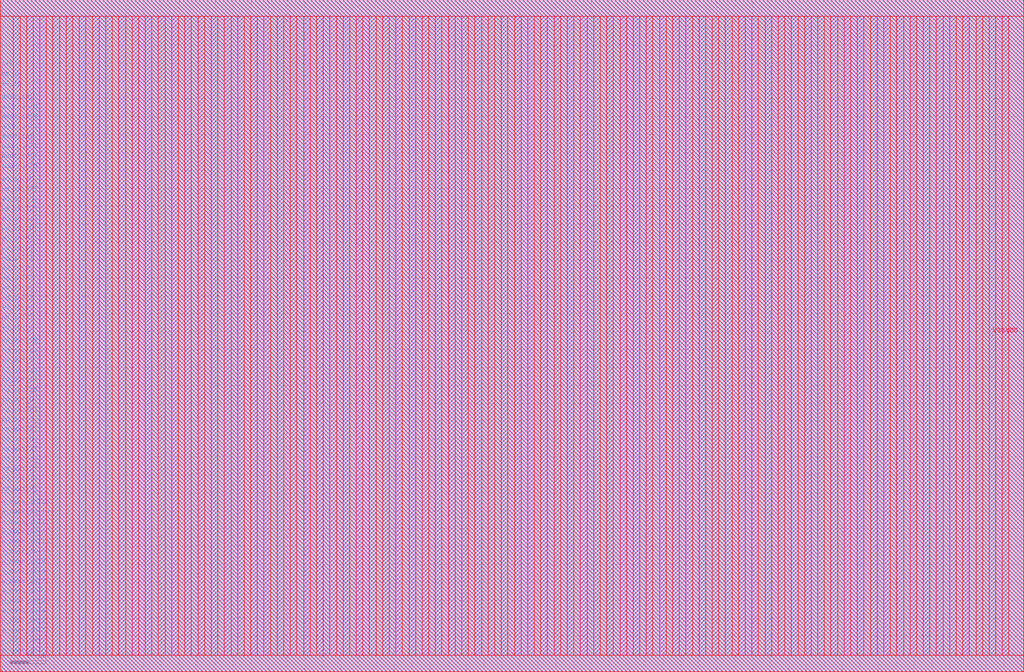
<source format=lef>
VERSION 5.7 ;
BUSBITCHARS "[]" ;
MACRO fakeram130_256x16
  FOREIGN fakeram130_256x16 0 0 ;
  SYMMETRY X Y R90 ;
  SIZE 285.660 BY 187.680 ;
  CLASS BLOCK ;
  PIN w_mask_in[0]
    DIRECTION INPUT ;
    USE SIGNAL ;
    SHAPE ABUTMENT ;
    PORT
      LAYER met3 ;
      RECT 0.000 4.370 0.460 4.830 ;
    END
  END w_mask_in[0]
  PIN w_mask_in[1]
    DIRECTION INPUT ;
    USE SIGNAL ;
    SHAPE ABUTMENT ;
    PORT
      LAYER met3 ;
      RECT 0.000 7.130 0.460 7.590 ;
    END
  END w_mask_in[1]
  PIN w_mask_in[2]
    DIRECTION INPUT ;
    USE SIGNAL ;
    SHAPE ABUTMENT ;
    PORT
      LAYER met3 ;
      RECT 0.000 9.890 0.460 10.350 ;
    END
  END w_mask_in[2]
  PIN w_mask_in[3]
    DIRECTION INPUT ;
    USE SIGNAL ;
    SHAPE ABUTMENT ;
    PORT
      LAYER met3 ;
      RECT 0.000 12.650 0.460 13.110 ;
    END
  END w_mask_in[3]
  PIN w_mask_in[4]
    DIRECTION INPUT ;
    USE SIGNAL ;
    SHAPE ABUTMENT ;
    PORT
      LAYER met3 ;
      RECT 0.000 15.410 0.460 15.870 ;
    END
  END w_mask_in[4]
  PIN w_mask_in[5]
    DIRECTION INPUT ;
    USE SIGNAL ;
    SHAPE ABUTMENT ;
    PORT
      LAYER met3 ;
      RECT 0.000 18.170 0.460 18.630 ;
    END
  END w_mask_in[5]
  PIN w_mask_in[6]
    DIRECTION INPUT ;
    USE SIGNAL ;
    SHAPE ABUTMENT ;
    PORT
      LAYER met3 ;
      RECT 0.000 20.930 0.460 21.390 ;
    END
  END w_mask_in[6]
  PIN w_mask_in[7]
    DIRECTION INPUT ;
    USE SIGNAL ;
    SHAPE ABUTMENT ;
    PORT
      LAYER met3 ;
      RECT 0.000 23.690 0.460 24.150 ;
    END
  END w_mask_in[7]
  PIN w_mask_in[8]
    DIRECTION INPUT ;
    USE SIGNAL ;
    SHAPE ABUTMENT ;
    PORT
      LAYER met3 ;
      RECT 0.000 26.450 0.460 26.910 ;
    END
  END w_mask_in[8]
  PIN w_mask_in[9]
    DIRECTION INPUT ;
    USE SIGNAL ;
    SHAPE ABUTMENT ;
    PORT
      LAYER met3 ;
      RECT 0.000 29.210 0.460 29.670 ;
    END
  END w_mask_in[9]
  PIN w_mask_in[10]
    DIRECTION INPUT ;
    USE SIGNAL ;
    SHAPE ABUTMENT ;
    PORT
      LAYER met3 ;
      RECT 0.000 31.970 0.460 32.430 ;
    END
  END w_mask_in[10]
  PIN w_mask_in[11]
    DIRECTION INPUT ;
    USE SIGNAL ;
    SHAPE ABUTMENT ;
    PORT
      LAYER met3 ;
      RECT 0.000 34.730 0.460 35.190 ;
    END
  END w_mask_in[11]
  PIN w_mask_in[12]
    DIRECTION INPUT ;
    USE SIGNAL ;
    SHAPE ABUTMENT ;
    PORT
      LAYER met3 ;
      RECT 0.000 37.490 0.460 37.950 ;
    END
  END w_mask_in[12]
  PIN w_mask_in[13]
    DIRECTION INPUT ;
    USE SIGNAL ;
    SHAPE ABUTMENT ;
    PORT
      LAYER met3 ;
      RECT 0.000 40.250 0.460 40.710 ;
    END
  END w_mask_in[13]
  PIN w_mask_in[14]
    DIRECTION INPUT ;
    USE SIGNAL ;
    SHAPE ABUTMENT ;
    PORT
      LAYER met3 ;
      RECT 0.000 43.010 0.460 43.470 ;
    END
  END w_mask_in[14]
  PIN w_mask_in[15]
    DIRECTION INPUT ;
    USE SIGNAL ;
    SHAPE ABUTMENT ;
    PORT
      LAYER met3 ;
      RECT 0.000 45.770 0.460 46.230 ;
    END
  END w_mask_in[15]
  PIN rd_out[0]
    DIRECTION OUTPUT ;
    USE SIGNAL ;
    SHAPE ABUTMENT ;
    PORT
      LAYER met3 ;
      RECT 0.000 49.450 0.460 49.910 ;
    END
  END rd_out[0]
  PIN rd_out[1]
    DIRECTION OUTPUT ;
    USE SIGNAL ;
    SHAPE ABUTMENT ;
    PORT
      LAYER met3 ;
      RECT 0.000 52.210 0.460 52.670 ;
    END
  END rd_out[1]
  PIN rd_out[2]
    DIRECTION OUTPUT ;
    USE SIGNAL ;
    SHAPE ABUTMENT ;
    PORT
      LAYER met3 ;
      RECT 0.000 54.970 0.460 55.430 ;
    END
  END rd_out[2]
  PIN rd_out[3]
    DIRECTION OUTPUT ;
    USE SIGNAL ;
    SHAPE ABUTMENT ;
    PORT
      LAYER met3 ;
      RECT 0.000 57.730 0.460 58.190 ;
    END
  END rd_out[3]
  PIN rd_out[4]
    DIRECTION OUTPUT ;
    USE SIGNAL ;
    SHAPE ABUTMENT ;
    PORT
      LAYER met3 ;
      RECT 0.000 60.490 0.460 60.950 ;
    END
  END rd_out[4]
  PIN rd_out[5]
    DIRECTION OUTPUT ;
    USE SIGNAL ;
    SHAPE ABUTMENT ;
    PORT
      LAYER met3 ;
      RECT 0.000 63.250 0.460 63.710 ;
    END
  END rd_out[5]
  PIN rd_out[6]
    DIRECTION OUTPUT ;
    USE SIGNAL ;
    SHAPE ABUTMENT ;
    PORT
      LAYER met3 ;
      RECT 0.000 66.010 0.460 66.470 ;
    END
  END rd_out[6]
  PIN rd_out[7]
    DIRECTION OUTPUT ;
    USE SIGNAL ;
    SHAPE ABUTMENT ;
    PORT
      LAYER met3 ;
      RECT 0.000 68.770 0.460 69.230 ;
    END
  END rd_out[7]
  PIN rd_out[8]
    DIRECTION OUTPUT ;
    USE SIGNAL ;
    SHAPE ABUTMENT ;
    PORT
      LAYER met3 ;
      RECT 0.000 71.530 0.460 71.990 ;
    END
  END rd_out[8]
  PIN rd_out[9]
    DIRECTION OUTPUT ;
    USE SIGNAL ;
    SHAPE ABUTMENT ;
    PORT
      LAYER met3 ;
      RECT 0.000 74.290 0.460 74.750 ;
    END
  END rd_out[9]
  PIN rd_out[10]
    DIRECTION OUTPUT ;
    USE SIGNAL ;
    SHAPE ABUTMENT ;
    PORT
      LAYER met3 ;
      RECT 0.000 77.050 0.460 77.510 ;
    END
  END rd_out[10]
  PIN rd_out[11]
    DIRECTION OUTPUT ;
    USE SIGNAL ;
    SHAPE ABUTMENT ;
    PORT
      LAYER met3 ;
      RECT 0.000 79.810 0.460 80.270 ;
    END
  END rd_out[11]
  PIN rd_out[12]
    DIRECTION OUTPUT ;
    USE SIGNAL ;
    SHAPE ABUTMENT ;
    PORT
      LAYER met3 ;
      RECT 0.000 82.570 0.460 83.030 ;
    END
  END rd_out[12]
  PIN rd_out[13]
    DIRECTION OUTPUT ;
    USE SIGNAL ;
    SHAPE ABUTMENT ;
    PORT
      LAYER met3 ;
      RECT 0.000 85.330 0.460 85.790 ;
    END
  END rd_out[13]
  PIN rd_out[14]
    DIRECTION OUTPUT ;
    USE SIGNAL ;
    SHAPE ABUTMENT ;
    PORT
      LAYER met3 ;
      RECT 0.000 88.090 0.460 88.550 ;
    END
  END rd_out[14]
  PIN rd_out[15]
    DIRECTION OUTPUT ;
    USE SIGNAL ;
    SHAPE ABUTMENT ;
    PORT
      LAYER met3 ;
      RECT 0.000 90.850 0.460 91.310 ;
    END
  END rd_out[15]
  PIN wd_in[0]
    DIRECTION INPUT ;
    USE SIGNAL ;
    SHAPE ABUTMENT ;
    PORT
      LAYER met3 ;
      RECT 0.000 94.530 0.460 94.990 ;
    END
  END wd_in[0]
  PIN wd_in[1]
    DIRECTION INPUT ;
    USE SIGNAL ;
    SHAPE ABUTMENT ;
    PORT
      LAYER met3 ;
      RECT 0.000 97.290 0.460 97.750 ;
    END
  END wd_in[1]
  PIN wd_in[2]
    DIRECTION INPUT ;
    USE SIGNAL ;
    SHAPE ABUTMENT ;
    PORT
      LAYER met3 ;
      RECT 0.000 100.050 0.460 100.510 ;
    END
  END wd_in[2]
  PIN wd_in[3]
    DIRECTION INPUT ;
    USE SIGNAL ;
    SHAPE ABUTMENT ;
    PORT
      LAYER met3 ;
      RECT 0.000 102.810 0.460 103.270 ;
    END
  END wd_in[3]
  PIN wd_in[4]
    DIRECTION INPUT ;
    USE SIGNAL ;
    SHAPE ABUTMENT ;
    PORT
      LAYER met3 ;
      RECT 0.000 105.570 0.460 106.030 ;
    END
  END wd_in[4]
  PIN wd_in[5]
    DIRECTION INPUT ;
    USE SIGNAL ;
    SHAPE ABUTMENT ;
    PORT
      LAYER met3 ;
      RECT 0.000 108.330 0.460 108.790 ;
    END
  END wd_in[5]
  PIN wd_in[6]
    DIRECTION INPUT ;
    USE SIGNAL ;
    SHAPE ABUTMENT ;
    PORT
      LAYER met3 ;
      RECT 0.000 111.090 0.460 111.550 ;
    END
  END wd_in[6]
  PIN wd_in[7]
    DIRECTION INPUT ;
    USE SIGNAL ;
    SHAPE ABUTMENT ;
    PORT
      LAYER met3 ;
      RECT 0.000 113.850 0.460 114.310 ;
    END
  END wd_in[7]
  PIN wd_in[8]
    DIRECTION INPUT ;
    USE SIGNAL ;
    SHAPE ABUTMENT ;
    PORT
      LAYER met3 ;
      RECT 0.000 116.610 0.460 117.070 ;
    END
  END wd_in[8]
  PIN wd_in[9]
    DIRECTION INPUT ;
    USE SIGNAL ;
    SHAPE ABUTMENT ;
    PORT
      LAYER met3 ;
      RECT 0.000 119.370 0.460 119.830 ;
    END
  END wd_in[9]
  PIN wd_in[10]
    DIRECTION INPUT ;
    USE SIGNAL ;
    SHAPE ABUTMENT ;
    PORT
      LAYER met3 ;
      RECT 0.000 122.130 0.460 122.590 ;
    END
  END wd_in[10]
  PIN wd_in[11]
    DIRECTION INPUT ;
    USE SIGNAL ;
    SHAPE ABUTMENT ;
    PORT
      LAYER met3 ;
      RECT 0.000 124.890 0.460 125.350 ;
    END
  END wd_in[11]
  PIN wd_in[12]
    DIRECTION INPUT ;
    USE SIGNAL ;
    SHAPE ABUTMENT ;
    PORT
      LAYER met3 ;
      RECT 0.000 127.650 0.460 128.110 ;
    END
  END wd_in[12]
  PIN wd_in[13]
    DIRECTION INPUT ;
    USE SIGNAL ;
    SHAPE ABUTMENT ;
    PORT
      LAYER met3 ;
      RECT 0.000 130.410 0.460 130.870 ;
    END
  END wd_in[13]
  PIN wd_in[14]
    DIRECTION INPUT ;
    USE SIGNAL ;
    SHAPE ABUTMENT ;
    PORT
      LAYER met3 ;
      RECT 0.000 133.170 0.460 133.630 ;
    END
  END wd_in[14]
  PIN wd_in[15]
    DIRECTION INPUT ;
    USE SIGNAL ;
    SHAPE ABUTMENT ;
    PORT
      LAYER met3 ;
      RECT 0.000 135.930 0.460 136.390 ;
    END
  END wd_in[15]
  PIN addr_in[0]
    DIRECTION INPUT ;
    USE SIGNAL ;
    SHAPE ABUTMENT ;
    PORT
      LAYER met3 ;
      RECT 0.000 139.610 0.460 140.070 ;
    END
  END addr_in[0]
  PIN addr_in[1]
    DIRECTION INPUT ;
    USE SIGNAL ;
    SHAPE ABUTMENT ;
    PORT
      LAYER met3 ;
      RECT 0.000 142.370 0.460 142.830 ;
    END
  END addr_in[1]
  PIN addr_in[2]
    DIRECTION INPUT ;
    USE SIGNAL ;
    SHAPE ABUTMENT ;
    PORT
      LAYER met3 ;
      RECT 0.000 145.130 0.460 145.590 ;
    END
  END addr_in[2]
  PIN addr_in[3]
    DIRECTION INPUT ;
    USE SIGNAL ;
    SHAPE ABUTMENT ;
    PORT
      LAYER met3 ;
      RECT 0.000 147.890 0.460 148.350 ;
    END
  END addr_in[3]
  PIN addr_in[4]
    DIRECTION INPUT ;
    USE SIGNAL ;
    SHAPE ABUTMENT ;
    PORT
      LAYER met3 ;
      RECT 0.000 150.650 0.460 151.110 ;
    END
  END addr_in[4]
  PIN addr_in[5]
    DIRECTION INPUT ;
    USE SIGNAL ;
    SHAPE ABUTMENT ;
    PORT
      LAYER met3 ;
      RECT 0.000 153.410 0.460 153.870 ;
    END
  END addr_in[5]
  PIN addr_in[6]
    DIRECTION INPUT ;
    USE SIGNAL ;
    SHAPE ABUTMENT ;
    PORT
      LAYER met3 ;
      RECT 0.000 156.170 0.460 156.630 ;
    END
  END addr_in[6]
  PIN addr_in[7]
    DIRECTION INPUT ;
    USE SIGNAL ;
    SHAPE ABUTMENT ;
    PORT
      LAYER met3 ;
      RECT 0.000 158.930 0.460 159.390 ;
    END
  END addr_in[7]
  PIN we_in
    DIRECTION INPUT ;
    USE SIGNAL ;
    SHAPE ABUTMENT ;
    PORT
      LAYER met3 ;
      RECT 0.000 162.610 0.460 163.070 ;
    END
  END we_in
  PIN ce_in
    DIRECTION INPUT ;
    USE SIGNAL ;
    SHAPE ABUTMENT ;
    PORT
      LAYER met3 ;
      RECT 0.000 165.370 0.460 165.830 ;
    END
  END ce_in
  PIN clk
    DIRECTION INPUT ;
    USE SIGNAL ;
    SHAPE ABUTMENT ;
    PORT
      LAYER met3 ;
      RECT 0.000 168.130 0.460 168.590 ;
    END
  END clk
  PIN VSS
    DIRECTION INOUT ;
    USE GROUND ;
    PORT
      LAYER met4 ;
      RECT 3.680 4.600 5.520 183.080 ;
      RECT 11.040 4.600 12.880 183.080 ;
      RECT 18.400 4.600 20.240 183.080 ;
      RECT 25.760 4.600 27.600 183.080 ;
      RECT 33.120 4.600 34.960 183.080 ;
      RECT 40.480 4.600 42.320 183.080 ;
      RECT 47.840 4.600 49.680 183.080 ;
      RECT 55.200 4.600 57.040 183.080 ;
      RECT 62.560 4.600 64.400 183.080 ;
      RECT 69.920 4.600 71.760 183.080 ;
      RECT 77.280 4.600 79.120 183.080 ;
      RECT 84.640 4.600 86.480 183.080 ;
      RECT 92.000 4.600 93.840 183.080 ;
      RECT 99.360 4.600 101.200 183.080 ;
      RECT 106.720 4.600 108.560 183.080 ;
      RECT 114.080 4.600 115.920 183.080 ;
      RECT 121.440 4.600 123.280 183.080 ;
      RECT 128.800 4.600 130.640 183.080 ;
      RECT 136.160 4.600 138.000 183.080 ;
      RECT 143.520 4.600 145.360 183.080 ;
      RECT 150.880 4.600 152.720 183.080 ;
      RECT 158.240 4.600 160.080 183.080 ;
      RECT 165.600 4.600 167.440 183.080 ;
      RECT 172.960 4.600 174.800 183.080 ;
      RECT 180.320 4.600 182.160 183.080 ;
      RECT 187.680 4.600 189.520 183.080 ;
      RECT 195.040 4.600 196.880 183.080 ;
      RECT 202.400 4.600 204.240 183.080 ;
      RECT 209.760 4.600 211.600 183.080 ;
      RECT 217.120 4.600 218.960 183.080 ;
      RECT 224.480 4.600 226.320 183.080 ;
      RECT 231.840 4.600 233.680 183.080 ;
      RECT 239.200 4.600 241.040 183.080 ;
      RECT 246.560 4.600 248.400 183.080 ;
      RECT 253.920 4.600 255.760 183.080 ;
      RECT 261.280 4.600 263.120 183.080 ;
      RECT 268.640 4.600 270.480 183.080 ;
      RECT 276.000 4.600 277.840 183.080 ;
    END
  END VSS
  PIN VDD
    DIRECTION INOUT ;
    USE POWER ;
    PORT
      LAYER met4 ;
      RECT 7.360 4.600 9.200 183.080 ;
      RECT 14.720 4.600 16.560 183.080 ;
      RECT 22.080 4.600 23.920 183.080 ;
      RECT 29.440 4.600 31.280 183.080 ;
      RECT 36.800 4.600 38.640 183.080 ;
      RECT 44.160 4.600 46.000 183.080 ;
      RECT 51.520 4.600 53.360 183.080 ;
      RECT 58.880 4.600 60.720 183.080 ;
      RECT 66.240 4.600 68.080 183.080 ;
      RECT 73.600 4.600 75.440 183.080 ;
      RECT 80.960 4.600 82.800 183.080 ;
      RECT 88.320 4.600 90.160 183.080 ;
      RECT 95.680 4.600 97.520 183.080 ;
      RECT 103.040 4.600 104.880 183.080 ;
      RECT 110.400 4.600 112.240 183.080 ;
      RECT 117.760 4.600 119.600 183.080 ;
      RECT 125.120 4.600 126.960 183.080 ;
      RECT 132.480 4.600 134.320 183.080 ;
      RECT 139.840 4.600 141.680 183.080 ;
      RECT 147.200 4.600 149.040 183.080 ;
      RECT 154.560 4.600 156.400 183.080 ;
      RECT 161.920 4.600 163.760 183.080 ;
      RECT 169.280 4.600 171.120 183.080 ;
      RECT 176.640 4.600 178.480 183.080 ;
      RECT 184.000 4.600 185.840 183.080 ;
      RECT 191.360 4.600 193.200 183.080 ;
      RECT 198.720 4.600 200.560 183.080 ;
      RECT 206.080 4.600 207.920 183.080 ;
      RECT 213.440 4.600 215.280 183.080 ;
      RECT 220.800 4.600 222.640 183.080 ;
      RECT 228.160 4.600 230.000 183.080 ;
      RECT 235.520 4.600 237.360 183.080 ;
      RECT 242.880 4.600 244.720 183.080 ;
      RECT 250.240 4.600 252.080 183.080 ;
      RECT 257.600 4.600 259.440 183.080 ;
      RECT 264.960 4.600 266.800 183.080 ;
      RECT 272.320 4.600 274.160 183.080 ;
      RECT 279.680 4.600 281.520 183.080 ;
    END
  END VDD
  OBS
    LAYER met1 ;
    RECT 0 0 285.660 187.680 ;
    LAYER met2 ;
    RECT 0 0 285.660 187.680 ;
    LAYER met3 ;
    RECT 0.460 0 285.660 187.680 ;
    RECT 0 0.000 0.460 4.370 ;
    RECT 0 4.830 0.460 7.130 ;
    RECT 0 7.590 0.460 9.890 ;
    RECT 0 10.350 0.460 12.650 ;
    RECT 0 13.110 0.460 15.410 ;
    RECT 0 15.870 0.460 18.170 ;
    RECT 0 18.630 0.460 20.930 ;
    RECT 0 21.390 0.460 23.690 ;
    RECT 0 24.150 0.460 26.450 ;
    RECT 0 26.910 0.460 29.210 ;
    RECT 0 29.670 0.460 31.970 ;
    RECT 0 32.430 0.460 34.730 ;
    RECT 0 35.190 0.460 37.490 ;
    RECT 0 37.950 0.460 40.250 ;
    RECT 0 40.710 0.460 43.010 ;
    RECT 0 43.470 0.460 45.770 ;
    RECT 0 46.230 0.460 49.450 ;
    RECT 0 49.910 0.460 52.210 ;
    RECT 0 52.670 0.460 54.970 ;
    RECT 0 55.430 0.460 57.730 ;
    RECT 0 58.190 0.460 60.490 ;
    RECT 0 60.950 0.460 63.250 ;
    RECT 0 63.710 0.460 66.010 ;
    RECT 0 66.470 0.460 68.770 ;
    RECT 0 69.230 0.460 71.530 ;
    RECT 0 71.990 0.460 74.290 ;
    RECT 0 74.750 0.460 77.050 ;
    RECT 0 77.510 0.460 79.810 ;
    RECT 0 80.270 0.460 82.570 ;
    RECT 0 83.030 0.460 85.330 ;
    RECT 0 85.790 0.460 88.090 ;
    RECT 0 88.550 0.460 90.850 ;
    RECT 0 91.310 0.460 94.530 ;
    RECT 0 94.990 0.460 97.290 ;
    RECT 0 97.750 0.460 100.050 ;
    RECT 0 100.510 0.460 102.810 ;
    RECT 0 103.270 0.460 105.570 ;
    RECT 0 106.030 0.460 108.330 ;
    RECT 0 108.790 0.460 111.090 ;
    RECT 0 111.550 0.460 113.850 ;
    RECT 0 114.310 0.460 116.610 ;
    RECT 0 117.070 0.460 119.370 ;
    RECT 0 119.830 0.460 122.130 ;
    RECT 0 122.590 0.460 124.890 ;
    RECT 0 125.350 0.460 127.650 ;
    RECT 0 128.110 0.460 130.410 ;
    RECT 0 130.870 0.460 133.170 ;
    RECT 0 133.630 0.460 135.930 ;
    RECT 0 136.390 0.460 139.610 ;
    RECT 0 140.070 0.460 142.370 ;
    RECT 0 142.830 0.460 145.130 ;
    RECT 0 145.590 0.460 147.890 ;
    RECT 0 148.350 0.460 150.650 ;
    RECT 0 151.110 0.460 153.410 ;
    RECT 0 153.870 0.460 156.170 ;
    RECT 0 156.630 0.460 158.930 ;
    RECT 0 159.390 0.460 162.610 ;
    RECT 0 163.070 0.460 165.370 ;
    RECT 0 165.830 0.460 168.130 ;
    RECT 0 168.590 0.460 187.680 ;
    LAYER met4 ;
    RECT 0 0 285.660 4.600 ;
    RECT 0 183.080 285.660 187.680 ;
    RECT 0.000 4.600 3.680 183.080 ;
    RECT 5.520 4.600 7.360 183.080 ;
    RECT 9.200 4.600 11.040 183.080 ;
    RECT 12.880 4.600 14.720 183.080 ;
    RECT 16.560 4.600 18.400 183.080 ;
    RECT 20.240 4.600 22.080 183.080 ;
    RECT 23.920 4.600 25.760 183.080 ;
    RECT 27.600 4.600 29.440 183.080 ;
    RECT 31.280 4.600 33.120 183.080 ;
    RECT 34.960 4.600 36.800 183.080 ;
    RECT 38.640 4.600 40.480 183.080 ;
    RECT 42.320 4.600 44.160 183.080 ;
    RECT 46.000 4.600 47.840 183.080 ;
    RECT 49.680 4.600 51.520 183.080 ;
    RECT 53.360 4.600 55.200 183.080 ;
    RECT 57.040 4.600 58.880 183.080 ;
    RECT 60.720 4.600 62.560 183.080 ;
    RECT 64.400 4.600 66.240 183.080 ;
    RECT 68.080 4.600 69.920 183.080 ;
    RECT 71.760 4.600 73.600 183.080 ;
    RECT 75.440 4.600 77.280 183.080 ;
    RECT 79.120 4.600 80.960 183.080 ;
    RECT 82.800 4.600 84.640 183.080 ;
    RECT 86.480 4.600 88.320 183.080 ;
    RECT 90.160 4.600 92.000 183.080 ;
    RECT 93.840 4.600 95.680 183.080 ;
    RECT 97.520 4.600 99.360 183.080 ;
    RECT 101.200 4.600 103.040 183.080 ;
    RECT 104.880 4.600 106.720 183.080 ;
    RECT 108.560 4.600 110.400 183.080 ;
    RECT 112.240 4.600 114.080 183.080 ;
    RECT 115.920 4.600 117.760 183.080 ;
    RECT 119.600 4.600 121.440 183.080 ;
    RECT 123.280 4.600 125.120 183.080 ;
    RECT 126.960 4.600 128.800 183.080 ;
    RECT 130.640 4.600 132.480 183.080 ;
    RECT 134.320 4.600 136.160 183.080 ;
    RECT 138.000 4.600 139.840 183.080 ;
    RECT 141.680 4.600 143.520 183.080 ;
    RECT 145.360 4.600 147.200 183.080 ;
    RECT 149.040 4.600 150.880 183.080 ;
    RECT 152.720 4.600 154.560 183.080 ;
    RECT 156.400 4.600 158.240 183.080 ;
    RECT 160.080 4.600 161.920 183.080 ;
    RECT 163.760 4.600 165.600 183.080 ;
    RECT 167.440 4.600 169.280 183.080 ;
    RECT 171.120 4.600 172.960 183.080 ;
    RECT 174.800 4.600 176.640 183.080 ;
    RECT 178.480 4.600 180.320 183.080 ;
    RECT 182.160 4.600 184.000 183.080 ;
    RECT 185.840 4.600 187.680 183.080 ;
    RECT 189.520 4.600 191.360 183.080 ;
    RECT 193.200 4.600 195.040 183.080 ;
    RECT 196.880 4.600 198.720 183.080 ;
    RECT 200.560 4.600 202.400 183.080 ;
    RECT 204.240 4.600 206.080 183.080 ;
    RECT 207.920 4.600 209.760 183.080 ;
    RECT 211.600 4.600 213.440 183.080 ;
    RECT 215.280 4.600 217.120 183.080 ;
    RECT 218.960 4.600 220.800 183.080 ;
    RECT 222.640 4.600 224.480 183.080 ;
    RECT 226.320 4.600 228.160 183.080 ;
    RECT 230.000 4.600 231.840 183.080 ;
    RECT 233.680 4.600 235.520 183.080 ;
    RECT 237.360 4.600 239.200 183.080 ;
    RECT 241.040 4.600 242.880 183.080 ;
    RECT 244.720 4.600 246.560 183.080 ;
    RECT 248.400 4.600 250.240 183.080 ;
    RECT 252.080 4.600 253.920 183.080 ;
    RECT 255.760 4.600 257.600 183.080 ;
    RECT 259.440 4.600 261.280 183.080 ;
    RECT 263.120 4.600 264.960 183.080 ;
    RECT 266.800 4.600 268.640 183.080 ;
    RECT 270.480 4.600 272.320 183.080 ;
    RECT 274.160 4.600 276.000 183.080 ;
    RECT 277.840 4.600 279.680 183.080 ;
    RECT 281.520 4.600 285.660 183.080 ;
    LAYER OVERLAP ;
    RECT 0 0 285.660 187.680 ;
  END
END fakeram130_256x16

END LIBRARY

</source>
